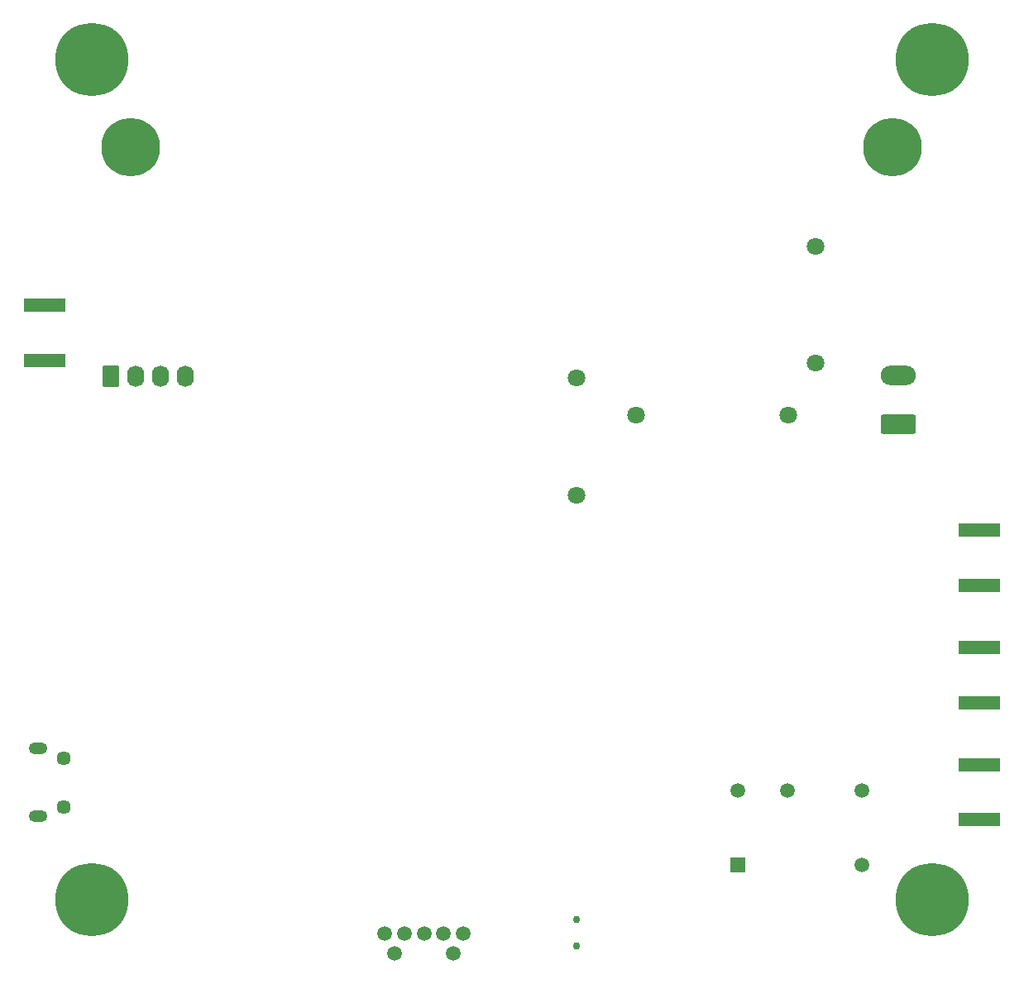
<source format=gbr>
%TF.GenerationSoftware,KiCad,Pcbnew,7.0.7*%
%TF.CreationDate,2023-10-29T13:34:45+00:00*%
%TF.ProjectId,Pi_TX_35W_PA_V2,50695f54-585f-4333-9557-5f50415f5632,rev?*%
%TF.SameCoordinates,Original*%
%TF.FileFunction,Soldermask,Bot*%
%TF.FilePolarity,Negative*%
%FSLAX46Y46*%
G04 Gerber Fmt 4.6, Leading zero omitted, Abs format (unit mm)*
G04 Created by KiCad (PCBNEW 7.0.7) date 2023-10-29 13:34:45*
%MOMM*%
%LPD*%
G01*
G04 APERTURE LIST*
G04 Aperture macros list*
%AMRoundRect*
0 Rectangle with rounded corners*
0 $1 Rounding radius*
0 $2 $3 $4 $5 $6 $7 $8 $9 X,Y pos of 4 corners*
0 Add a 4 corners polygon primitive as box body*
4,1,4,$2,$3,$4,$5,$6,$7,$8,$9,$2,$3,0*
0 Add four circle primitives for the rounded corners*
1,1,$1+$1,$2,$3*
1,1,$1+$1,$4,$5*
1,1,$1+$1,$6,$7*
1,1,$1+$1,$8,$9*
0 Add four rect primitives between the rounded corners*
20,1,$1+$1,$2,$3,$4,$5,0*
20,1,$1+$1,$4,$5,$6,$7,0*
20,1,$1+$1,$6,$7,$8,$9,0*
20,1,$1+$1,$8,$9,$2,$3,0*%
G04 Aperture macros list end*
%ADD10O,1.900000X1.200000*%
%ADD11C,1.450000*%
%ADD12R,1.501140X1.501140*%
%ADD13C,1.501140*%
%ADD14C,1.500000*%
%ADD15R,4.200000X1.350000*%
%ADD16C,7.500000*%
%ADD17C,1.800000*%
%ADD18RoundRect,0.250000X1.550000X-0.750000X1.550000X0.750000X-1.550000X0.750000X-1.550000X-0.750000X0*%
%ADD19O,3.600000X2.000000*%
%ADD20C,0.750000*%
%ADD21RoundRect,0.250000X-0.620000X-0.845000X0.620000X-0.845000X0.620000X0.845000X-0.620000X0.845000X0*%
%ADD22O,1.740000X2.190000*%
%ADD23C,6.000000*%
G04 APERTURE END LIST*
D10*
%TO.C,J1*%
X101462500Y-127500000D03*
D11*
X104162500Y-128500000D03*
X104162500Y-133500000D03*
D10*
X101462500Y-134500000D03*
%TD*%
D12*
%TO.C,K1*%
X173092500Y-139457500D03*
D13*
X185792500Y-139457500D03*
X185792500Y-131837500D03*
X178172500Y-131837500D03*
X173092500Y-131837500D03*
%TD*%
D14*
%TO.C,J2*%
X138000000Y-148500000D03*
X144000000Y-148500000D03*
X137000000Y-146500000D03*
X139000000Y-146500000D03*
X141000000Y-146500000D03*
X143000000Y-146500000D03*
X145000000Y-146500000D03*
%TD*%
D15*
%TO.C,J7*%
X197850000Y-110825000D03*
X197850000Y-105175000D03*
%TD*%
D16*
%TO.C,H3*%
X107000000Y-57000000D03*
%TD*%
D15*
%TO.C,J8*%
X197850000Y-122825000D03*
X197850000Y-117175000D03*
%TD*%
D16*
%TO.C,H2*%
X193000000Y-57000000D03*
%TD*%
D17*
%TO.C,L7*%
X156600000Y-89600000D03*
X156600000Y-101600000D03*
%TD*%
D18*
%TO.C,J5*%
X189522500Y-94300000D03*
D19*
X189522500Y-89300000D03*
%TD*%
D20*
%TO.C,SW1*%
X156600000Y-147775000D03*
X156600000Y-145025000D03*
%TD*%
D17*
%TO.C,L6*%
X178250000Y-93400000D03*
X162750000Y-93400000D03*
%TD*%
D21*
%TO.C,J10*%
X108970000Y-89390000D03*
D22*
X111510000Y-89390000D03*
X114050000Y-89390000D03*
X116590000Y-89390000D03*
%TD*%
D16*
%TO.C,H1*%
X107000000Y-143000000D03*
%TD*%
%TO.C,H4*%
X193000000Y-143000000D03*
%TD*%
D23*
%TO.C,U10*%
X111000000Y-66000000D03*
X189000000Y-66000000D03*
%TD*%
D15*
%TO.C,J9*%
X197850000Y-134825000D03*
X197850000Y-129175000D03*
%TD*%
D17*
%TO.C,L5*%
X181100000Y-76100000D03*
X181100000Y-88100000D03*
%TD*%
D15*
%TO.C,J6*%
X102200000Y-82175000D03*
X102200000Y-87825000D03*
%TD*%
M02*

</source>
